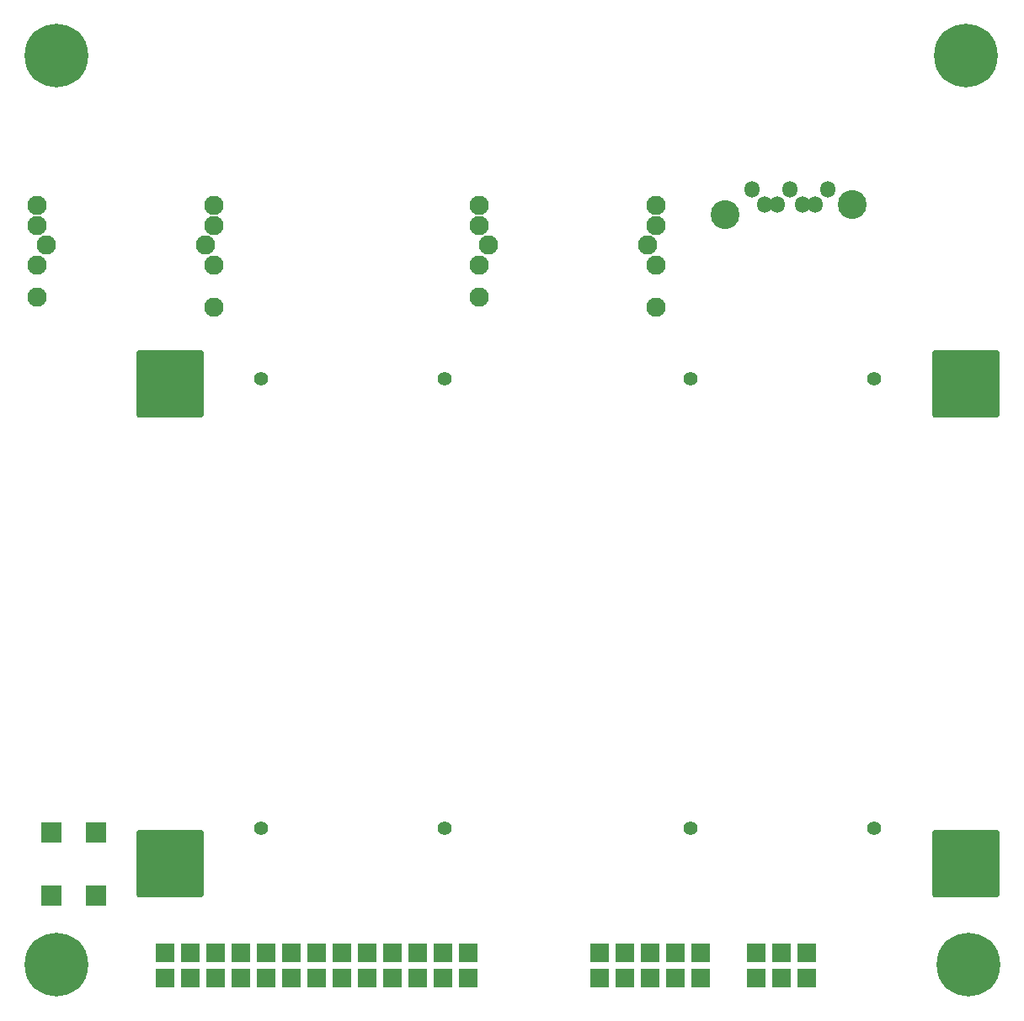
<source format=gbr>
%TF.GenerationSoftware,KiCad,Pcbnew,7.0.5.1-1-g8f565ef7f0-dirty-deb11*%
%TF.CreationDate,2023-07-22T00:16:10+00:00*%
%TF.ProjectId,MPPB01,4d505042-3031-42e6-9b69-6361645f7063,**%
%TF.SameCoordinates,Original*%
%TF.FileFunction,Soldermask,Top*%
%TF.FilePolarity,Negative*%
%FSLAX46Y46*%
G04 Gerber Fmt 4.6, Leading zero omitted, Abs format (unit mm)*
G04 Created by KiCad (PCBNEW 7.0.5.1-1-g8f565ef7f0-dirty-deb11) date 2023-07-22 00:16:10*
%MOMM*%
%LPD*%
G01*
G04 APERTURE LIST*
G04 Aperture macros list*
%AMRoundRect*
0 Rectangle with rounded corners*
0 $1 Rounding radius*
0 $2 $3 $4 $5 $6 $7 $8 $9 X,Y pos of 4 corners*
0 Add a 4 corners polygon primitive as box body*
4,1,4,$2,$3,$4,$5,$6,$7,$8,$9,$2,$3,0*
0 Add four circle primitives for the rounded corners*
1,1,$1+$1,$2,$3*
1,1,$1+$1,$4,$5*
1,1,$1+$1,$6,$7*
1,1,$1+$1,$8,$9*
0 Add four rect primitives between the rounded corners*
20,1,$1+$1,$2,$3,$4,$5,0*
20,1,$1+$1,$4,$5,$6,$7,0*
20,1,$1+$1,$6,$7,$8,$9,0*
20,1,$1+$1,$8,$9,$2,$3,0*%
G04 Aperture macros list end*
%ADD10RoundRect,0.200000X-3.175000X-3.175000X3.175000X-3.175000X3.175000X3.175000X-3.175000X3.175000X0*%
%ADD11RoundRect,0.200000X-0.762000X0.762000X-0.762000X-0.762000X0.762000X-0.762000X0.762000X0.762000X0*%
%ADD12C,1.416000*%
%ADD13C,1.950000*%
%ADD14O,1.500000X1.700000*%
%ADD15C,2.900000*%
%ADD16C,6.400000*%
%ADD17RoundRect,0.200000X-0.838200X0.838200X-0.838200X-0.838200X0.838200X-0.838200X0.838200X0.838200X0*%
%ADD18RoundRect,0.200000X0.762000X-0.762000X0.762000X0.762000X-0.762000X0.762000X-0.762000X-0.762000X0*%
G04 APERTURE END LIST*
D10*
%TO.C,MH1*%
X16510000Y63500000D03*
%TD*%
%TO.C,MH2*%
X96520000Y15240000D03*
%TD*%
%TO.C,MH3*%
X96520000Y63500000D03*
%TD*%
%TO.C,MH4*%
X16510000Y15240000D03*
%TD*%
D11*
%TO.C,P7*%
X46460000Y6310000D03*
X46460000Y3770000D03*
X43920000Y6310000D03*
X43920000Y3770000D03*
X41380000Y6310000D03*
X41380000Y3770000D03*
X38840000Y6310000D03*
X38840000Y3770000D03*
X36300000Y6310000D03*
X36300000Y3770000D03*
X33760000Y6310000D03*
X33760000Y3770000D03*
X31220000Y6310000D03*
X31220000Y3770000D03*
X28680000Y6310000D03*
X28680000Y3770000D03*
X26140000Y6310000D03*
X26140000Y3770000D03*
X23600000Y6310000D03*
X23600000Y3770000D03*
X21060000Y6310000D03*
X21060000Y3770000D03*
X18520000Y6310000D03*
X18520000Y3770000D03*
X15980000Y6310000D03*
X15980000Y3770000D03*
%TD*%
D12*
%TO.C,P1*%
X44165520Y64008000D03*
X25684480Y64008000D03*
%TD*%
%TO.C,P2*%
X87345520Y64008000D03*
X68864480Y64008000D03*
%TD*%
%TO.C,P3*%
X44165520Y18796000D03*
X25684480Y18796000D03*
%TD*%
%TO.C,P4*%
X87345520Y18796000D03*
X68864480Y18796000D03*
%TD*%
D13*
%TO.C,P5*%
X48515000Y77469995D03*
X64515000Y77469995D03*
X47615000Y72229995D03*
X47615000Y75469995D03*
X47615000Y79459995D03*
X47615000Y81489995D03*
X65415000Y71229995D03*
X65415000Y75469995D03*
X65415000Y79459995D03*
X65415000Y81489995D03*
%TD*%
D11*
%TO.C,P9*%
X75480000Y6310000D03*
X75480000Y3770000D03*
X78020000Y6310000D03*
X78020000Y3770000D03*
X80560000Y6310000D03*
X80560000Y3770000D03*
%TD*%
D13*
%TO.C,P6*%
X4065000Y77469995D03*
X20065000Y77469995D03*
X3165000Y72229995D03*
X3165000Y75469995D03*
X3165000Y79459995D03*
X3165000Y81489995D03*
X20965000Y71229995D03*
X20965000Y75469995D03*
X20965000Y79459995D03*
X20965000Y81489995D03*
%TD*%
D14*
%TO.C,P10*%
X82677000Y83058000D03*
X81407000Y81558000D03*
X80137000Y81558000D03*
X78867000Y83058000D03*
X77597000Y81558000D03*
X76327000Y81558000D03*
X75057000Y83058000D03*
D15*
X72307000Y80558000D03*
X85137000Y81558000D03*
%TD*%
D16*
%TO.C,MH5*%
X5080000Y96520000D03*
%TD*%
%TO.C,MH6*%
X96520000Y96520000D03*
%TD*%
%TO.C,MH8*%
X5080000Y5080000D03*
%TD*%
D17*
%TO.C,SW1*%
X4608000Y18390000D03*
X4608000Y12090000D03*
X9108000Y18390000D03*
X9108000Y12090000D03*
%TD*%
D16*
%TO.C,MH7*%
X96774000Y5080000D03*
%TD*%
D18*
%TO.C,P11*%
X69900000Y3770000D03*
X69900000Y6310000D03*
X67360000Y3770000D03*
X67360000Y6310000D03*
X64820000Y3770000D03*
X64820000Y6310000D03*
X62280000Y3770000D03*
X62280000Y6310000D03*
X59740000Y3770000D03*
X59740000Y6310000D03*
%TD*%
M02*

</source>
